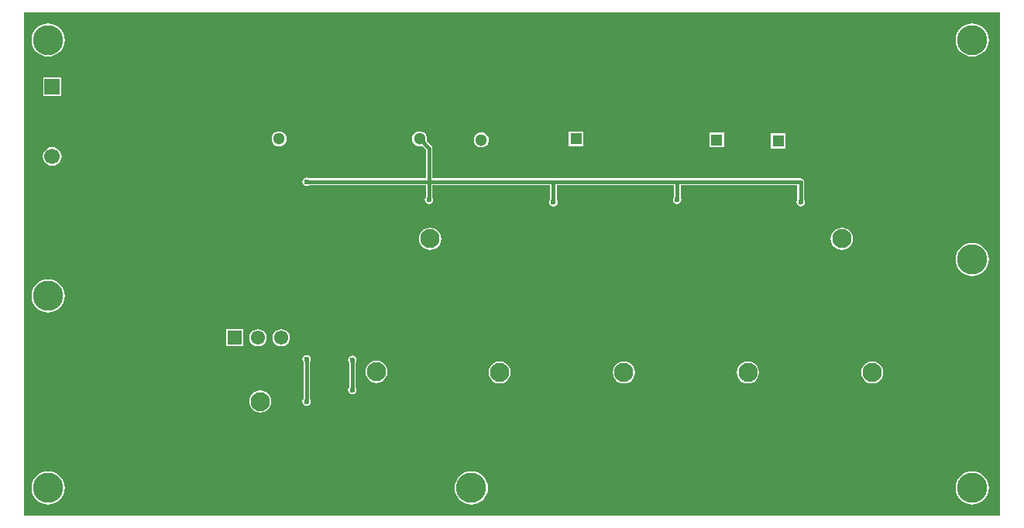
<source format=gbl>
G04*
G04 #@! TF.GenerationSoftware,Altium Limited,Altium Designer,19.0.15 (446)*
G04*
G04 Layer_Physical_Order=2*
G04 Layer_Color=16711680*
%FSLAX25Y25*%
%MOIN*%
G70*
G01*
G75*
%ADD12C,0.01575*%
%ADD20R,0.19685X0.05512*%
%ADD51C,0.08268*%
%ADD52R,0.05118X0.05118*%
%ADD53C,0.05118*%
%ADD54C,0.06102*%
%ADD55R,0.06102X0.06102*%
%ADD56R,0.06693X0.06693*%
%ADD57C,0.06693*%
%ADD58C,0.02362*%
%ADD59C,0.12992*%
G36*
X519685Y259842D02*
X100000D01*
Y476378D01*
X519685D01*
Y259842D01*
D02*
G37*
%LPC*%
G36*
X507874Y471727D02*
X506477Y471590D01*
X505134Y471182D01*
X503896Y470521D01*
X502811Y469630D01*
X501920Y468545D01*
X501259Y467307D01*
X500851Y465964D01*
X500714Y464567D01*
X500851Y463170D01*
X501259Y461827D01*
X501920Y460589D01*
X502811Y459504D01*
X503896Y458613D01*
X505134Y457951D01*
X506477Y457544D01*
X507874Y457407D01*
X509271Y457544D01*
X510614Y457951D01*
X511852Y458613D01*
X512937Y459504D01*
X513828Y460589D01*
X514489Y461827D01*
X514897Y463170D01*
X515034Y464567D01*
X514897Y465964D01*
X514489Y467307D01*
X513828Y468545D01*
X512937Y469630D01*
X511852Y470521D01*
X510614Y471182D01*
X509271Y471590D01*
X507874Y471727D01*
D02*
G37*
G36*
X110236D02*
X108839Y471590D01*
X107496Y471182D01*
X106258Y470521D01*
X105173Y469630D01*
X104282Y468545D01*
X103621Y467307D01*
X103213Y465964D01*
X103076Y464567D01*
X103213Y463170D01*
X103621Y461827D01*
X104282Y460589D01*
X105173Y459504D01*
X106258Y458613D01*
X107496Y457951D01*
X108839Y457544D01*
X110236Y457407D01*
X111633Y457544D01*
X112976Y457951D01*
X114214Y458613D01*
X115299Y459504D01*
X116190Y460589D01*
X116852Y461827D01*
X117259Y463170D01*
X117397Y464567D01*
X117259Y465964D01*
X116852Y467307D01*
X116190Y468545D01*
X115299Y469630D01*
X114214Y470521D01*
X112976Y471182D01*
X111633Y471590D01*
X110236Y471727D01*
D02*
G37*
G36*
X115976Y448398D02*
X108024D01*
Y440445D01*
X115976D01*
Y448398D01*
D02*
G37*
G36*
X340626Y425193D02*
X334248D01*
Y418815D01*
X340626D01*
Y425193D01*
D02*
G37*
G36*
X209587Y425205D02*
X208754Y425095D01*
X207978Y424774D01*
X207312Y424263D01*
X206801Y423596D01*
X206480Y422821D01*
X206370Y421988D01*
X206480Y421156D01*
X206801Y420380D01*
X207312Y419714D01*
X207978Y419203D01*
X208754Y418881D01*
X209587Y418772D01*
X210419Y418881D01*
X211195Y419203D01*
X211861Y419714D01*
X212372Y420380D01*
X212694Y421156D01*
X212803Y421988D01*
X212694Y422821D01*
X212372Y423596D01*
X211861Y424263D01*
X211195Y424774D01*
X210419Y425095D01*
X209587Y425205D01*
D02*
G37*
G36*
X401126Y424693D02*
X394748D01*
Y418315D01*
X401126D01*
Y424693D01*
D02*
G37*
G36*
X296587Y424705D02*
X295754Y424595D01*
X294978Y424274D01*
X294312Y423763D01*
X293801Y423096D01*
X293480Y422321D01*
X293370Y421488D01*
X293480Y420656D01*
X293801Y419880D01*
X294312Y419214D01*
X294978Y418703D01*
X295754Y418381D01*
X296587Y418272D01*
X297419Y418381D01*
X298195Y418703D01*
X298861Y419214D01*
X299372Y419880D01*
X299693Y420656D01*
X299803Y421488D01*
X299693Y422321D01*
X299372Y423096D01*
X298861Y423763D01*
X298195Y424274D01*
X297419Y424595D01*
X296587Y424705D01*
D02*
G37*
G36*
X427626Y424272D02*
X421248D01*
Y417894D01*
X427626D01*
Y424272D01*
D02*
G37*
G36*
X112000Y418432D02*
X110962Y418295D01*
X109995Y417895D01*
X109164Y417257D01*
X108527Y416427D01*
X108126Y415459D01*
X107989Y414421D01*
X108126Y413383D01*
X108527Y412416D01*
X109164Y411585D01*
X109995Y410948D01*
X110962Y410547D01*
X112000Y410411D01*
X113038Y410547D01*
X114005Y410948D01*
X114836Y411585D01*
X115473Y412416D01*
X115874Y413383D01*
X116011Y414421D01*
X115874Y415459D01*
X115473Y416427D01*
X114836Y417257D01*
X114005Y417895D01*
X113038Y418295D01*
X112000Y418432D01*
D02*
G37*
G36*
X270087Y425205D02*
X269254Y425095D01*
X268478Y424774D01*
X267812Y424263D01*
X267301Y423596D01*
X266980Y422821D01*
X266870Y421988D01*
X266980Y421156D01*
X267301Y420380D01*
X267812Y419714D01*
X268478Y419203D01*
X269254Y418881D01*
X270087Y418772D01*
X270919Y418881D01*
X271082Y418949D01*
X272705Y417327D01*
Y404988D01*
X222554D01*
X222163Y405249D01*
X221457Y405390D01*
X220750Y405249D01*
X220151Y404849D01*
X219751Y404250D01*
X219610Y403543D01*
X219751Y402837D01*
X220151Y402238D01*
X220750Y401837D01*
X221457Y401697D01*
X222163Y401837D01*
X222554Y402098D01*
X272705D01*
Y396766D01*
X272444Y396376D01*
X272303Y395669D01*
X272444Y394963D01*
X272844Y394364D01*
X273443Y393963D01*
X274150Y393823D01*
X274856Y393963D01*
X275455Y394364D01*
X275855Y394963D01*
X275996Y395669D01*
X275855Y396376D01*
X275595Y396766D01*
Y402098D01*
X326204D01*
Y395782D01*
X325944Y395392D01*
X325803Y394685D01*
X325944Y393978D01*
X326344Y393379D01*
X326943Y392979D01*
X327650Y392839D01*
X328356Y392979D01*
X328955Y393379D01*
X329356Y393978D01*
X329496Y394685D01*
X329356Y395392D01*
X329095Y395782D01*
Y402098D01*
X379460D01*
Y396766D01*
X379200Y396376D01*
X379059Y395669D01*
X379200Y394963D01*
X379600Y394364D01*
X380199Y393963D01*
X380906Y393823D01*
X381612Y393963D01*
X382211Y394364D01*
X382611Y394963D01*
X382752Y395669D01*
X382611Y396376D01*
X382351Y396766D01*
Y402098D01*
X432610D01*
Y395782D01*
X432349Y395392D01*
X432209Y394685D01*
X432349Y393978D01*
X432749Y393379D01*
X433349Y392979D01*
X434055Y392839D01*
X434762Y392979D01*
X435361Y393379D01*
X435761Y393978D01*
X435902Y394685D01*
X435761Y395392D01*
X435500Y395782D01*
Y403543D01*
X435390Y404096D01*
X435077Y404565D01*
X434608Y404878D01*
X434055Y404988D01*
X275595D01*
Y417925D01*
X275485Y418478D01*
X275171Y418947D01*
X273126Y420993D01*
X273194Y421156D01*
X273303Y421988D01*
X273194Y422821D01*
X272872Y423596D01*
X272361Y424263D01*
X271695Y424774D01*
X270919Y425095D01*
X270087Y425205D01*
D02*
G37*
G36*
X451772Y383742D02*
X450528Y383578D01*
X449369Y383098D01*
X448374Y382335D01*
X447611Y381340D01*
X447130Y380181D01*
X446967Y378937D01*
X447130Y377693D01*
X447611Y376535D01*
X448374Y375539D01*
X449369Y374776D01*
X450528Y374296D01*
X451772Y374132D01*
X453015Y374296D01*
X454174Y374776D01*
X455169Y375539D01*
X455933Y376535D01*
X456413Y377693D01*
X456576Y378937D01*
X456413Y380181D01*
X455933Y381340D01*
X455169Y382335D01*
X454174Y383098D01*
X453015Y383578D01*
X451772Y383742D01*
D02*
G37*
G36*
X274606D02*
X273363Y383578D01*
X272204Y383098D01*
X271209Y382335D01*
X270445Y381340D01*
X269965Y380181D01*
X269801Y378937D01*
X269965Y377693D01*
X270445Y376535D01*
X271209Y375539D01*
X272204Y374776D01*
X273363Y374296D01*
X274606Y374132D01*
X275850Y374296D01*
X277009Y374776D01*
X278004Y375539D01*
X278767Y376535D01*
X279247Y377693D01*
X279411Y378937D01*
X279247Y380181D01*
X278767Y381340D01*
X278004Y382335D01*
X277009Y383098D01*
X275850Y383578D01*
X274606Y383742D01*
D02*
G37*
G36*
X507874Y377239D02*
X506477Y377102D01*
X505134Y376694D01*
X503896Y376032D01*
X502811Y375142D01*
X501920Y374057D01*
X501259Y372819D01*
X500851Y371476D01*
X500714Y370079D01*
X500851Y368682D01*
X501259Y367338D01*
X501920Y366101D01*
X502811Y365016D01*
X503896Y364125D01*
X505134Y363463D01*
X506477Y363056D01*
X507874Y362918D01*
X509271Y363056D01*
X510614Y363463D01*
X511852Y364125D01*
X512937Y365016D01*
X513828Y366101D01*
X514489Y367338D01*
X514897Y368682D01*
X515034Y370079D01*
X514897Y371476D01*
X514489Y372819D01*
X513828Y374057D01*
X512937Y375142D01*
X511852Y376032D01*
X510614Y376694D01*
X509271Y377102D01*
X507874Y377239D01*
D02*
G37*
G36*
X110236Y361491D02*
X108839Y361354D01*
X107496Y360946D01*
X106258Y360284D01*
X105173Y359394D01*
X104282Y358309D01*
X103621Y357071D01*
X103213Y355728D01*
X103076Y354331D01*
X103213Y352934D01*
X103621Y351590D01*
X104282Y350353D01*
X105173Y349268D01*
X106258Y348377D01*
X107496Y347715D01*
X108839Y347308D01*
X110236Y347170D01*
X111633Y347308D01*
X112976Y347715D01*
X114214Y348377D01*
X115299Y349268D01*
X116190Y350353D01*
X116852Y351590D01*
X117259Y352934D01*
X117397Y354331D01*
X117259Y355728D01*
X116852Y357071D01*
X116190Y358309D01*
X115299Y359394D01*
X114214Y360284D01*
X112976Y360946D01*
X111633Y361354D01*
X110236Y361491D01*
D02*
G37*
G36*
X194181Y340020D02*
X186819D01*
Y332658D01*
X194181D01*
Y340020D01*
D02*
G37*
G36*
X210500Y340051D02*
X209539Y339925D01*
X208644Y339554D01*
X207875Y338964D01*
X207285Y338195D01*
X206914Y337299D01*
X206787Y336339D01*
X206914Y335378D01*
X207285Y334482D01*
X207875Y333713D01*
X208644Y333123D01*
X209539Y332752D01*
X210500Y332626D01*
X211461Y332752D01*
X212356Y333123D01*
X213125Y333713D01*
X213715Y334482D01*
X214086Y335378D01*
X214213Y336339D01*
X214086Y337299D01*
X213715Y338195D01*
X213125Y338964D01*
X212356Y339554D01*
X211461Y339925D01*
X210500Y340051D01*
D02*
G37*
G36*
X200500D02*
X199539Y339925D01*
X198644Y339554D01*
X197875Y338964D01*
X197285Y338195D01*
X196914Y337299D01*
X196787Y336339D01*
X196914Y335378D01*
X197285Y334482D01*
X197875Y333713D01*
X198644Y333123D01*
X199539Y332752D01*
X200500Y332626D01*
X201461Y332752D01*
X202356Y333123D01*
X203125Y333713D01*
X203715Y334482D01*
X204086Y335378D01*
X204213Y336339D01*
X204086Y337299D01*
X203715Y338195D01*
X203125Y338964D01*
X202356Y339554D01*
X201461Y339925D01*
X200500Y340051D01*
D02*
G37*
G36*
X251500Y326482D02*
X250256Y326318D01*
X249098Y325838D01*
X248102Y325075D01*
X247339Y324080D01*
X246859Y322921D01*
X246695Y321677D01*
X246859Y320434D01*
X247339Y319275D01*
X248102Y318280D01*
X249098Y317516D01*
X250256Y317036D01*
X251500Y316872D01*
X252744Y317036D01*
X253902Y317516D01*
X254898Y318280D01*
X255661Y319275D01*
X256141Y320434D01*
X256305Y321677D01*
X256141Y322921D01*
X255661Y324080D01*
X254898Y325075D01*
X253902Y325838D01*
X252744Y326318D01*
X251500Y326482D01*
D02*
G37*
G36*
X464850Y326222D02*
X463607Y326059D01*
X462448Y325578D01*
X461453Y324815D01*
X460689Y323820D01*
X460209Y322661D01*
X460045Y321417D01*
X460209Y320174D01*
X460689Y319015D01*
X461453Y318020D01*
X462448Y317256D01*
X463607Y316776D01*
X464850Y316612D01*
X466094Y316776D01*
X467253Y317256D01*
X468248Y318020D01*
X469011Y319015D01*
X469492Y320174D01*
X469655Y321417D01*
X469492Y322661D01*
X469011Y323820D01*
X468248Y324815D01*
X467253Y325578D01*
X466094Y326059D01*
X464850Y326222D01*
D02*
G37*
G36*
X411350D02*
X410107Y326059D01*
X408948Y325578D01*
X407953Y324815D01*
X407189Y323820D01*
X406709Y322661D01*
X406545Y321417D01*
X406709Y320174D01*
X407189Y319015D01*
X407953Y318020D01*
X408948Y317256D01*
X410107Y316776D01*
X411350Y316612D01*
X412594Y316776D01*
X413753Y317256D01*
X414748Y318020D01*
X415512Y319015D01*
X415992Y320174D01*
X416155Y321417D01*
X415992Y322661D01*
X415512Y323820D01*
X414748Y324815D01*
X413753Y325578D01*
X412594Y326059D01*
X411350Y326222D01*
D02*
G37*
G36*
X358000D02*
X356756Y326059D01*
X355598Y325578D01*
X354602Y324815D01*
X353839Y323820D01*
X353359Y322661D01*
X353195Y321417D01*
X353359Y320174D01*
X353839Y319015D01*
X354602Y318020D01*
X355598Y317256D01*
X356756Y316776D01*
X358000Y316612D01*
X359244Y316776D01*
X360402Y317256D01*
X361398Y318020D01*
X362161Y319015D01*
X362641Y320174D01*
X362805Y321417D01*
X362641Y322661D01*
X362161Y323820D01*
X361398Y324815D01*
X360402Y325578D01*
X359244Y326059D01*
X358000Y326222D01*
D02*
G37*
G36*
X304500D02*
X303256Y326059D01*
X302098Y325578D01*
X301102Y324815D01*
X300339Y323820D01*
X299859Y322661D01*
X299695Y321417D01*
X299859Y320174D01*
X300339Y319015D01*
X301102Y318020D01*
X302098Y317256D01*
X303256Y316776D01*
X304500Y316612D01*
X305744Y316776D01*
X306902Y317256D01*
X307898Y318020D01*
X308661Y319015D01*
X309141Y320174D01*
X309305Y321417D01*
X309141Y322661D01*
X308661Y323820D01*
X307898Y324815D01*
X306902Y325578D01*
X305744Y326059D01*
X304500Y326222D01*
D02*
G37*
G36*
X241142Y328618D02*
X240435Y328478D01*
X239836Y328077D01*
X239436Y327478D01*
X239295Y326772D01*
X239436Y326065D01*
X239697Y325675D01*
Y315014D01*
X239436Y314624D01*
X239295Y313917D01*
X239436Y313211D01*
X239836Y312612D01*
X240435Y312211D01*
X241142Y312071D01*
X241848Y312211D01*
X242447Y312612D01*
X242848Y313211D01*
X242988Y313917D01*
X242848Y314624D01*
X242587Y315014D01*
Y325675D01*
X242848Y326065D01*
X242988Y326772D01*
X242848Y327478D01*
X242447Y328077D01*
X241848Y328478D01*
X241142Y328618D01*
D02*
G37*
G36*
X221457Y328913D02*
X220750Y328773D01*
X220151Y328373D01*
X219751Y327773D01*
X219610Y327067D01*
X219751Y326360D01*
X220012Y325970D01*
Y310014D01*
X219751Y309624D01*
X219610Y308917D01*
X219751Y308211D01*
X220151Y307612D01*
X220750Y307211D01*
X221457Y307071D01*
X222163Y307211D01*
X222762Y307612D01*
X223163Y308211D01*
X223303Y308917D01*
X223163Y309624D01*
X222902Y310014D01*
Y325970D01*
X223163Y326360D01*
X223303Y327067D01*
X223163Y327773D01*
X222762Y328373D01*
X222163Y328773D01*
X221457Y328913D01*
D02*
G37*
G36*
X201500Y313722D02*
X200256Y313559D01*
X199098Y313078D01*
X198102Y312315D01*
X197339Y311320D01*
X196859Y310161D01*
X196695Y308917D01*
X196859Y307674D01*
X197339Y306515D01*
X198102Y305520D01*
X199098Y304756D01*
X200256Y304276D01*
X201500Y304112D01*
X202744Y304276D01*
X203902Y304756D01*
X204898Y305520D01*
X205661Y306515D01*
X206141Y307674D01*
X206305Y308917D01*
X206141Y310161D01*
X205661Y311320D01*
X204898Y312315D01*
X203902Y313078D01*
X202744Y313559D01*
X201500Y313722D01*
D02*
G37*
G36*
X507874Y278814D02*
X506477Y278676D01*
X505134Y278269D01*
X503896Y277607D01*
X502811Y276717D01*
X501920Y275632D01*
X501259Y274394D01*
X500851Y273050D01*
X500714Y271654D01*
X500851Y270257D01*
X501259Y268913D01*
X501920Y267675D01*
X502811Y266590D01*
X503896Y265700D01*
X505134Y265038D01*
X506477Y264631D01*
X507874Y264493D01*
X509271Y264631D01*
X510614Y265038D01*
X511852Y265700D01*
X512937Y266590D01*
X513828Y267675D01*
X514489Y268913D01*
X514897Y270257D01*
X515034Y271654D01*
X514897Y273050D01*
X514489Y274394D01*
X513828Y275632D01*
X512937Y276717D01*
X511852Y277607D01*
X510614Y278269D01*
X509271Y278676D01*
X507874Y278814D01*
D02*
G37*
G36*
X292323D02*
X290926Y278676D01*
X289583Y278269D01*
X288345Y277607D01*
X287260Y276717D01*
X286369Y275632D01*
X285707Y274394D01*
X285300Y273050D01*
X285162Y271654D01*
X285300Y270257D01*
X285707Y268913D01*
X286369Y267675D01*
X287260Y266590D01*
X288345Y265700D01*
X289583Y265038D01*
X290926Y264631D01*
X292323Y264493D01*
X293720Y264631D01*
X295063Y265038D01*
X296301Y265700D01*
X297386Y266590D01*
X298276Y267675D01*
X298938Y268913D01*
X299346Y270257D01*
X299483Y271654D01*
X299346Y273050D01*
X298938Y274394D01*
X298276Y275632D01*
X297386Y276717D01*
X296301Y277607D01*
X295063Y278269D01*
X293720Y278676D01*
X292323Y278814D01*
D02*
G37*
G36*
X110236D02*
X108839Y278676D01*
X107496Y278269D01*
X106258Y277607D01*
X105173Y276717D01*
X104282Y275632D01*
X103621Y274394D01*
X103213Y273050D01*
X103076Y271654D01*
X103213Y270257D01*
X103621Y268913D01*
X104282Y267675D01*
X105173Y266590D01*
X106258Y265700D01*
X107496Y265038D01*
X108839Y264631D01*
X110236Y264493D01*
X111633Y264631D01*
X112976Y265038D01*
X114214Y265700D01*
X115299Y266590D01*
X116190Y267675D01*
X116852Y268913D01*
X117259Y270257D01*
X117397Y271654D01*
X117259Y273050D01*
X116852Y274394D01*
X116190Y275632D01*
X115299Y276717D01*
X114214Y277607D01*
X112976Y278269D01*
X111633Y278676D01*
X110236Y278814D01*
D02*
G37*
%LPD*%
D12*
X221457Y403543D02*
X274150D01*
X380906D02*
X434055D01*
X327650D02*
X380906D01*
Y395669D02*
Y403543D01*
X110000Y296685D02*
X121063D01*
X270087Y421988D02*
X274150Y417925D01*
Y403543D02*
Y417925D01*
X221457Y308917D02*
Y327067D01*
X241142Y313917D02*
Y326772D01*
X274150Y403543D02*
X327650D01*
X274150Y395669D02*
Y403543D01*
X327650Y394685D02*
Y403543D01*
X434055Y394685D02*
Y403543D01*
D20*
X110000Y296685D02*
D03*
Y330150D02*
D03*
X509842Y337910D02*
D03*
Y304445D02*
D03*
D51*
X414370Y274606D02*
D03*
X253937D02*
D03*
X304500Y321417D02*
D03*
X358000D02*
D03*
X411350D02*
D03*
X464850D02*
D03*
X358000Y378937D02*
D03*
X251500Y321677D02*
D03*
X201500Y308917D02*
D03*
X274606Y378937D02*
D03*
X451772D02*
D03*
D52*
X424437Y421083D02*
D03*
X296587Y431331D02*
D03*
X397937Y421504D02*
D03*
X337437Y422004D02*
D03*
X209587Y431831D02*
D03*
X270087D02*
D03*
D53*
X424437Y430925D02*
D03*
X296587Y421488D02*
D03*
X397937Y431347D02*
D03*
X337437Y431847D02*
D03*
X209587Y421988D02*
D03*
X270087D02*
D03*
D54*
X210500Y336339D02*
D03*
X200500D02*
D03*
D55*
X190500D02*
D03*
D56*
X112000Y444421D02*
D03*
D57*
Y434421D02*
D03*
Y424421D02*
D03*
Y414421D02*
D03*
D58*
X221457Y403543D02*
D03*
X380906Y395669D02*
D03*
X441929Y337598D02*
D03*
Y343504D02*
D03*
X388779Y336614D02*
D03*
Y343504D02*
D03*
X335630Y336614D02*
D03*
Y343504D02*
D03*
X281496Y336614D02*
D03*
Y343504D02*
D03*
X498032Y304134D02*
D03*
X499016Y337598D02*
D03*
X121063Y296685D02*
D03*
Y330150D02*
D03*
X156496Y426181D02*
D03*
X172244Y423228D02*
D03*
X165354D02*
D03*
X172244Y436024D02*
D03*
X165354D02*
D03*
X148622Y434055D02*
D03*
X223425Y435039D02*
D03*
X380906Y424925D02*
D03*
Y429925D02*
D03*
X352362D02*
D03*
Y425197D02*
D03*
X143701Y303150D02*
D03*
X187008Y315945D02*
D03*
X176181Y312992D02*
D03*
X179134Y315945D02*
D03*
X173228Y291339D02*
D03*
Y298228D02*
D03*
X213583Y311024D02*
D03*
X226378Y317913D02*
D03*
Y304445D02*
D03*
X227362Y343504D02*
D03*
Y336614D02*
D03*
X221457Y327067D02*
D03*
Y308917D02*
D03*
X241142Y326772D02*
D03*
Y313917D02*
D03*
X274150Y395669D02*
D03*
X327650Y394685D02*
D03*
X434055D02*
D03*
X330500Y313917D02*
D03*
X318500Y334417D02*
D03*
Y327917D02*
D03*
X383850Y313917D02*
D03*
X371850Y334417D02*
D03*
Y327917D02*
D03*
X437350Y313917D02*
D03*
X425350Y334417D02*
D03*
Y327917D02*
D03*
X265000D02*
D03*
Y334417D02*
D03*
X277000Y313917D02*
D03*
D59*
X507874Y370079D02*
D03*
X110236Y354331D02*
D03*
X292323Y271654D02*
D03*
X292323Y464567D02*
D03*
X110236D02*
D03*
X110236Y271654D02*
D03*
X507874D02*
D03*
Y464567D02*
D03*
M02*

</source>
